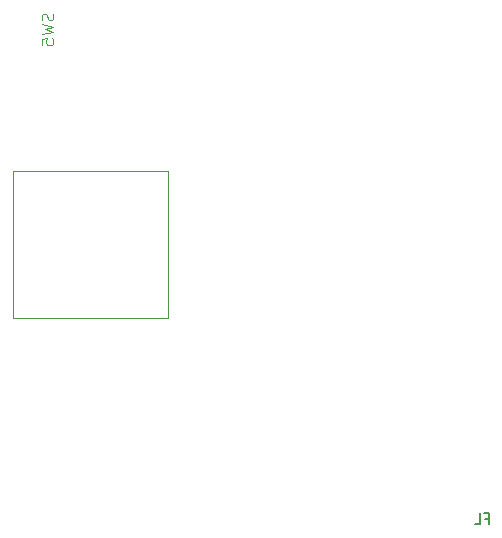
<source format=gbr>
%TF.GenerationSoftware,KiCad,Pcbnew,9.0.0*%
%TF.CreationDate,2025-04-14T10:38:46-04:00*%
%TF.ProjectId,leftPCB,6c656674-5043-4422-9e6b-696361645f70,rev?*%
%TF.SameCoordinates,Original*%
%TF.FileFunction,Legend,Bot*%
%TF.FilePolarity,Positive*%
%FSLAX46Y46*%
G04 Gerber Fmt 4.6, Leading zero omitted, Abs format (unit mm)*
G04 Created by KiCad (PCBNEW 9.0.0) date 2025-04-14 10:38:46*
%MOMM*%
%LPD*%
G01*
G04 APERTURE LIST*
%ADD10C,0.152000*%
%ADD11C,0.100000*%
G04 APERTURE END LIST*
D10*
X161930485Y-81327667D02*
X162235285Y-81327667D01*
X162235285Y-81806638D02*
X162235285Y-80892238D01*
X162235285Y-80892238D02*
X161799857Y-80892238D01*
X161016086Y-81806638D02*
X161451514Y-81806638D01*
X161451514Y-81806638D02*
X161451514Y-80892238D01*
D11*
X125309800Y-38566667D02*
X125357419Y-38709524D01*
X125357419Y-38709524D02*
X125357419Y-38947619D01*
X125357419Y-38947619D02*
X125309800Y-39042857D01*
X125309800Y-39042857D02*
X125262180Y-39090476D01*
X125262180Y-39090476D02*
X125166942Y-39138095D01*
X125166942Y-39138095D02*
X125071704Y-39138095D01*
X125071704Y-39138095D02*
X124976466Y-39090476D01*
X124976466Y-39090476D02*
X124928847Y-39042857D01*
X124928847Y-39042857D02*
X124881228Y-38947619D01*
X124881228Y-38947619D02*
X124833609Y-38757143D01*
X124833609Y-38757143D02*
X124785990Y-38661905D01*
X124785990Y-38661905D02*
X124738371Y-38614286D01*
X124738371Y-38614286D02*
X124643133Y-38566667D01*
X124643133Y-38566667D02*
X124547895Y-38566667D01*
X124547895Y-38566667D02*
X124452657Y-38614286D01*
X124452657Y-38614286D02*
X124405038Y-38661905D01*
X124405038Y-38661905D02*
X124357419Y-38757143D01*
X124357419Y-38757143D02*
X124357419Y-38995238D01*
X124357419Y-38995238D02*
X124405038Y-39138095D01*
X124357419Y-39471429D02*
X125357419Y-39709524D01*
X125357419Y-39709524D02*
X124643133Y-39900000D01*
X124643133Y-39900000D02*
X125357419Y-40090476D01*
X125357419Y-40090476D02*
X124357419Y-40328572D01*
X124357419Y-41185714D02*
X124357419Y-40709524D01*
X124357419Y-40709524D02*
X124833609Y-40661905D01*
X124833609Y-40661905D02*
X124785990Y-40709524D01*
X124785990Y-40709524D02*
X124738371Y-40804762D01*
X124738371Y-40804762D02*
X124738371Y-41042857D01*
X124738371Y-41042857D02*
X124785990Y-41138095D01*
X124785990Y-41138095D02*
X124833609Y-41185714D01*
X124833609Y-41185714D02*
X124928847Y-41233333D01*
X124928847Y-41233333D02*
X125166942Y-41233333D01*
X125166942Y-41233333D02*
X125262180Y-41185714D01*
X125262180Y-41185714D02*
X125309800Y-41138095D01*
X125309800Y-41138095D02*
X125357419Y-41042857D01*
X125357419Y-41042857D02*
X125357419Y-40804762D01*
X125357419Y-40804762D02*
X125309800Y-40709524D01*
X125309800Y-40709524D02*
X125262180Y-40661905D01*
%TO.C,SW5*%
X121900000Y-51900000D02*
X135100000Y-51900000D01*
X135100000Y-64300000D01*
X121900000Y-64300000D01*
X121900000Y-51900000D01*
%TD*%
M02*

</source>
